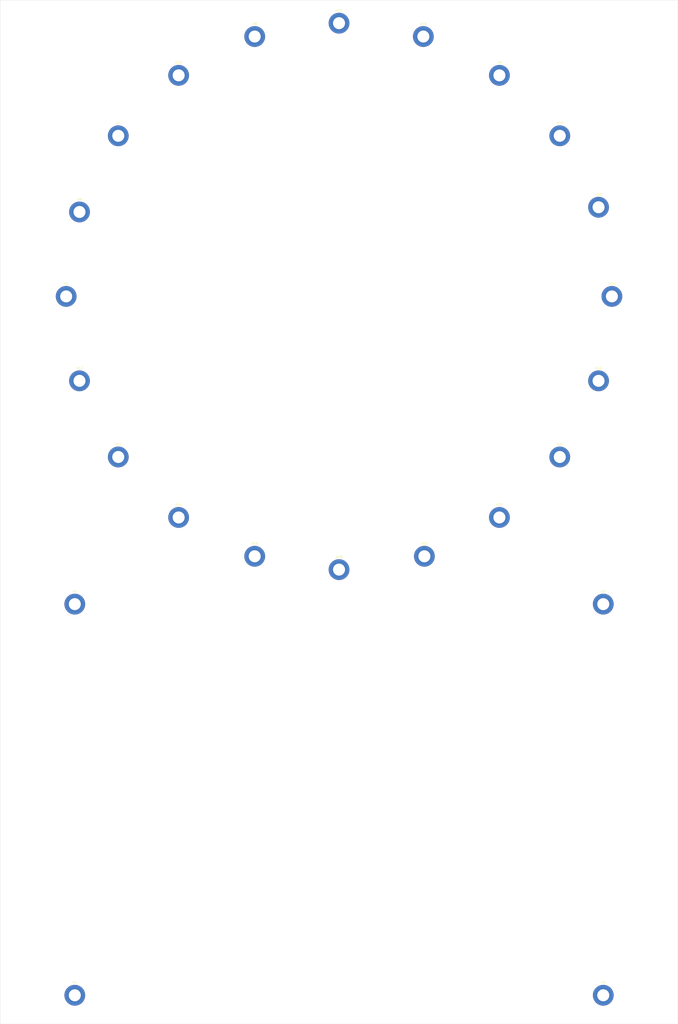
<source format=kicad_pcb>
(kicad_pcb (version 20211014) (generator pcbnew)
  (layers (0 "F.Cu" signal) (31 "B.Cu" signal) (34 "B.Paste" user) (35 "F.Paste" user) (36 "B.SilkS" user "B.Silkscreen") (37 "F.SilkS" user "F.Silkscreen") (38 "B.Mask" user) (39 "F.Mask" user) (44 "Edge.Cuts" user))
  (net 0 "")
  (footprint "MountingHole:MountingHole_5.3mm_M5_DIN965_Pad" (layer "F.Cu") (at 264.6172 91.44)
    (fp_text reference "H19" (at 0 -5.6) (layer "F.SilkS"))
    (fp_text value "MountingHole_Pad")
    (pad "1" thru_hole circle (at 0 0) (size 9.2 9.2) (drill 5.3) (layers *.Cu *.Mask))
  )
  (footprint "MountingHole:MountingHole_5.3mm_M5_DIN965_Pad" (layer "F.Cu") (at 247.4722 59.8932)
    (fp_text reference "H10" (at 0 -5.6) (layer "F.SilkS"))
    (fp_text value "MountingHole_Pad")
    (pad "1" thru_hole circle (at 0 0) (size 9.2 9.2) (drill 5.3) (layers *.Cu *.Mask))
  )
  (footprint "MountingHole:MountingHole_5.3mm_M5_DIN965_Pad" (layer "F.Cu") (at 35.1028 93.5228)
    (fp_text reference "H6" (at 0 -5.6) (layer "F.SilkS"))
    (fp_text value "MountingHole_Pad")
    (pad "1" thru_hole circle (at 0 0) (size 9.2 9.2) (drill 5.3) (layers *.Cu *.Mask))
  )
  (footprint "MountingHole:MountingHole_5.3mm_M5_DIN965_Pad" (layer "F.Cu") (at 187.1472 16.0528)
    (fp_text reference "H16" (at 0 -5.6) (layer "F.SilkS"))
    (fp_text value "MountingHole_Pad")
    (pad "1" thru_hole circle (at 0 0) (size 9.2 9.2) (drill 5.3) (layers *.Cu *.Mask))
  )
  (footprint "MountingHole:MountingHole_5.3mm_M5_DIN965_Pad" (layer "F.Cu") (at 52.2478 201.7268)
    (fp_text reference "H17" (at 0 -5.6) (layer "F.SilkS"))
    (fp_text value "MountingHole_Pad")
    (pad "1" thru_hole circle (at 0 0) (size 9.2 9.2) (drill 5.3) (layers *.Cu *.Mask))
  )
  (footprint "MountingHole:MountingHole_5.3mm_M5_DIN965_Pad" (layer "F.Cu") (at 149.86 251.46)
    (fp_text reference "H18" (at 0 -5.6) (layer "F.SilkS"))
    (fp_text value "MountingHole_Pad")
    (pad "1" thru_hole circle (at 0 0) (size 9.2 9.2) (drill 5.3) (layers *.Cu *.Mask))
  )
  (footprint "MountingHole:MountingHole_5.3mm_M5_DIN965_Pad" (layer "F.Cu") (at 270.51 130.81)
    (fp_text reference "H24" (at 0 -5.6) (layer "F.SilkS"))
    (fp_text value "MountingHole_Pad")
    (pad "1" thru_hole circle (at 0 0) (size 9.2 9.2) (drill 5.3) (layers *.Cu *.Mask))
  )
  (footprint "MountingHole:MountingHole_5.3mm_M5_DIN965_Pad" (layer "F.Cu") (at 220.7768 33.1978)
    (fp_text reference "H9" (at 0 -5.6) (layer "F.SilkS"))
    (fp_text value "MountingHole_Pad")
    (pad "1" thru_hole circle (at 0 0) (size 9.2 9.2) (drill 5.3) (layers *.Cu *.Mask))
  )
  (footprint "MountingHole:MountingHole_5.3mm_M5_DIN965_Pad" (layer "F.Cu") (at 149.86 10.16)
    (fp_text reference "H23" (at 0 -5.6) (layer "F.SilkS"))
    (fp_text value "MountingHole_Pad")
    (pad "1" thru_hole circle (at 0 0) (size 9.2 9.2) (drill 5.3) (layers *.Cu *.Mask))
  )
  (footprint "MountingHole:MountingHole_5.3mm_M5_DIN965_Pad" (layer "F.Cu") (at 33.02 266.7)
    (fp_text reference "H1" (at 0 -5.6) (layer "F.SilkS"))
    (fp_text value "MountingHole_Pad")
    (pad "1" thru_hole circle (at 0 0) (size 9.2 9.2) (drill 5.3) (layers *.Cu *.Mask))
  )
  (footprint "MountingHole:MountingHole_5.3mm_M5_DIN965_Pad" (layer "F.Cu") (at 78.9432 228.4222)
    (fp_text reference "H14" (at 0 -5.6) (layer "F.SilkS"))
    (fp_text value "MountingHole_Pad")
    (pad "1" thru_hole circle (at 0 0) (size 9.2 9.2) (drill 5.3) (layers *.Cu *.Mask))
  )
  (footprint "MountingHole:MountingHole_5.3mm_M5_DIN965_Pad" (layer "F.Cu") (at 220.7768 228.4222)
    (fp_text reference "H22" (at 0 -5.6) (layer "F.SilkS"))
    (fp_text value "MountingHole_Pad")
    (pad "1" thru_hole circle (at 0 0) (size 9.2 9.2) (drill 5.3) (layers *.Cu *.Mask))
  )
  (footprint "MountingHole:MountingHole_5.3mm_M5_DIN965_Pad" (layer "F.Cu") (at 33.02 439.42)
    (fp_text reference "H4" (at 0 -5.6) (layer "F.SilkS"))
    (fp_text value "MountingHole_Pad")
    (pad "1" thru_hole circle (at 0 0) (size 9.2 9.2) (drill 5.3) (layers *.Cu *.Mask))
  )
  (footprint "MountingHole:MountingHole_5.3mm_M5_DIN965_Pad" (layer "F.Cu") (at 35.1028 168.0972)
    (fp_text reference "H12" (at 0 -5.6) (layer "F.SilkS"))
    (fp_text value "MountingHole_Pad")
    (pad "1" thru_hole circle (at 0 0) (size 9.2 9.2) (drill 5.3) (layers *.Cu *.Mask))
  )
  (footprint "MountingHole:MountingHole_5.3mm_M5_DIN965_Pad" (layer "F.Cu") (at 264.6172 168.0972)
    (fp_text reference "H11" (at 0 -5.6) (layer "F.SilkS"))
    (fp_text value "MountingHole_Pad")
    (pad "1" thru_hole circle (at 0 0) (size 9.2 9.2) (drill 5.3) (layers *.Cu *.Mask))
  )
  (footprint "MountingHole:MountingHole_5.3mm_M5_DIN965_Pad" (layer "F.Cu") (at 52.2478 59.8932)
    (fp_text reference "H7" (at 0 -5.6) (layer "F.SilkS"))
    (fp_text value "MountingHole_Pad")
    (pad "1" thru_hole circle (at 0 0) (size 9.2 9.2) (drill 5.3) (layers *.Cu *.Mask))
  )
  (footprint "MountingHole:MountingHole_5.3mm_M5_DIN965_Pad" (layer "F.Cu") (at 266.7 266.7)
    (fp_text reference "H2" (at 0 -5.6) (layer "F.SilkS"))
    (fp_text value "MountingHole_Pad")
    (pad "1" thru_hole circle (at 0 0) (size 9.2 9.2) (drill 5.3) (layers *.Cu *.Mask))
  )
  (footprint "MountingHole:MountingHole_5.3mm_M5_DIN965_Pad" (layer "F.Cu") (at 112.5728 16.0528)
    (fp_text reference "H8" (at 0 -5.6) (layer "F.SilkS"))
    (fp_text value "MountingHole_Pad")
    (pad "1" thru_hole circle (at 0 0) (size 9.2 9.2) (drill 5.3) (layers *.Cu *.Mask))
  )
  (footprint "MountingHole:MountingHole_5.3mm_M5_DIN965_Pad" (layer "F.Cu") (at 29.21 130.81)
    (fp_text reference "H5" (at 0 -5.6) (layer "F.SilkS"))
    (fp_text value "MountingHole_Pad")
    (pad "1" thru_hole circle (at 0 0) (size 9.2 9.2) (drill 5.3) (layers *.Cu *.Mask))
  )
  (footprint "MountingHole:MountingHole_5.3mm_M5_DIN965_Pad" (layer "F.Cu") (at 247.4722 201.7268)
    (fp_text reference "H21" (at 0 -5.6) (layer "F.SilkS"))
    (fp_text value "MountingHole_Pad")
    (pad "1" thru_hole circle (at 0 0) (size 9.2 9.2) (drill 5.3) (layers *.Cu *.Mask))
  )
  (footprint "MountingHole:MountingHole_5.3mm_M5_DIN965_Pad" (layer "F.Cu") (at 187.6044 245.5672)
    (fp_text reference "H13" (at 0 -5.6) (layer "F.SilkS"))
    (fp_text value "MountingHole_Pad")
    (pad "1" thru_hole circle (at 0 0) (size 9.2 9.2) (drill 5.3) (layers *.Cu *.Mask))
  )
  (footprint "MountingHole:MountingHole_5.3mm_M5_DIN965_Pad" (layer "F.Cu") (at 78.9432 33.1978)
    (fp_text reference "H20" (at 0 -5.6) (layer "F.SilkS"))
    (fp_text value "MountingHole_Pad")
    (pad "1" thru_hole circle (at 0 0) (size 9.2 9.2) (drill 5.3) (layers *.Cu *.Mask))
  )
  (footprint "MountingHole:MountingHole_5.3mm_M5_DIN965_Pad" (layer "F.Cu") (at 266.7 439.42)
    (fp_text reference "H3" (at 0 -5.6) (layer "F.SilkS"))
    (fp_text value "MountingHole_Pad")
    (pad "1" thru_hole circle (at 0 0) (size 9.2 9.2) (drill 5.3) (layers *.Cu *.Mask))
  )
  (footprint "MountingHole:MountingHole_5.3mm_M5_DIN965_Pad" (layer "F.Cu") (at 112.5728 245.5672)
    (fp_text reference "H15" (at 0 -5.6) (layer "F.SilkS"))
    (fp_text value "MountingHole_Pad")
    (pad "1" thru_hole circle (at 0 0) (size 9.2 9.2) (drill 5.3) (layers *.Cu *.Mask))
  )
  (gr_line (start 299.72 452.12) (end 0 452.12) (layer "Edge.Cuts") (width 0.1))
  (gr_line (start 0 452.12) (end 0 0) (layer "Edge.Cuts") (width 0.1))
  (gr_line (start 299.72 452.12) (end 299.72 0) (layer "Edge.Cuts") (width 0.1))
  (gr_line (start 299.72 0) (end 0 0) (layer "Edge.Cuts") (width 0.1))
)
</source>
